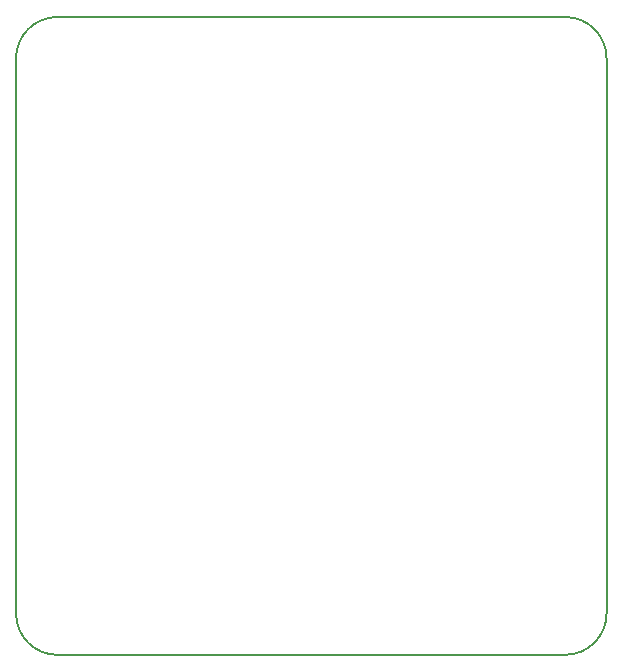
<source format=gbr>
G04 start of page 6 for group 4 idx 4 *
G04 Title: (unknown), outline *
G04 Creator: pcb 20140316 *
G04 CreationDate: Mon 04 Feb 2019 19:55:54 GMT UTC *
G04 For: kier *
G04 Format: Gerber/RS-274X *
G04 PCB-Dimensions (mil): 2755.91 2913.39 *
G04 PCB-Coordinate-Origin: lower left *
%MOIN*%
%FSLAX25Y25*%
%LNOUTLINE*%
%ADD94C,0.0079*%
G54D94*X53150Y251969D02*X222441D01*
X236220Y238189D02*Y53150D01*
X39370D02*Y238189D01*
X222441Y39370D02*X53150D01*
X39370Y238189D02*G75*G02X53150Y251969I13780J0D01*G01*
X222441D02*G75*G02X236220Y238189I0J-13780D01*G01*
X222441Y39370D02*G75*G03X236220Y53150I0J13780D01*G01*
X39370D02*G75*G03X53150Y39370I13780J0D01*G01*
M02*

</source>
